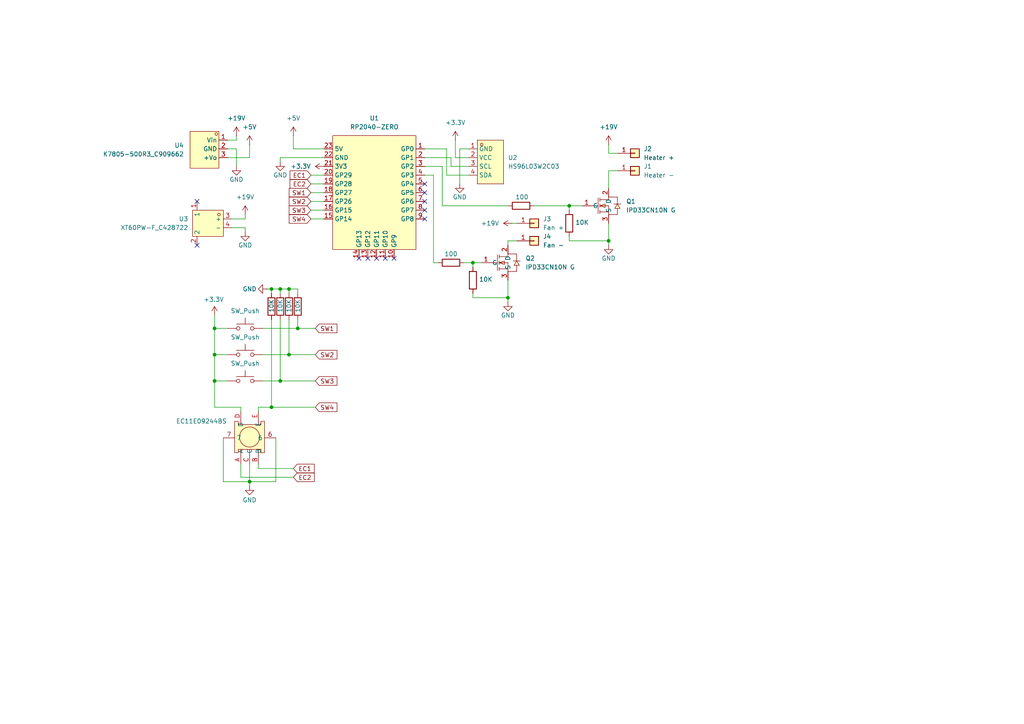
<source format=kicad_sch>
(kicad_sch (version 20250114) (generator "eeschema") (generator_version "9.0")
  (paper "A4")
  (lib_symbols
    (symbol "Connector_Generic:Conn_01x01" (pin_names (offset 1.016) (hide yes))
      (property "Reference" "J" (at 0 2.54 0))
      (property "Value" "Conn_01x01" (at 0 -2.54 0))
      (symbol "Conn_01x01_1_1"
        (rectangle (start -1.27 1.27) (end 1.27 -1.27) (stroke (width 0.254)) (fill (type background)))
        (rectangle (start -1.27 0.127) (end 0 -0.127) (stroke (width 0.1524)))
        (pin passive line (at -5.08 0 0) (length 3.81) (name "Pin_1") (number "1"))
      )
    )
    (symbol "Device:R" (pin_numbers (hide yes)) (pin_names (offset 0))
      (property "Reference" "R" (at 2.032 0 90))
      (property "Value" "R" (at 0 0 90))
      (symbol "R_0_1"
        (rectangle (start -1.016 -2.54) (end 1.016 2.54) (stroke (width 0.254)))
      )
      (symbol "R_1_1"
        (pin passive line (at 0 3.81 270) (length 1.27) (name "~") (number "1"))
        (pin passive line (at 0 -3.81 90) (length 1.27) (name "~") (number "2"))
      )
    )
    (symbol "LCSC:EC11E09244BS"
      (property "Reference" "SW" (at 0 12.7 0))
      (property "Value" "EC11E09244BS" (at 0 -12.7 0))
      (symbol "EC11E09244BS_0_1"
        (polyline (pts (xy -4.32 -4.32) (xy -3.56 -4.32) (xy -3.3 -4.32) (xy -3.3 -3.3) (xy 3.3 -3.3) (xy 3.3 -4.32) (xy 4.32 -4.32) (xy 4.32 4.83) (xy 3.3 4.83) (xy 3.3 3.81) (xy -3.3 3.81) (xy -3.3 4.83) (xy -4.32 4.83) (xy -4.32 -4.32)) (fill (type background)))
        (polyline (pts (xy -2.54 3.81) (xy -2.54 5.08)))
        (polyline (pts (xy -2.54 -3.3) (xy -2.54 -5.08) (xy -2.54 -5.08)))
        (circle (center 0 0.25) (radius 2.92))
        (polyline (pts (xy 0 -3.3) (xy 0 -5.08)))
        (polyline (pts (xy 2.54 3.81) (xy 2.54 5.08)))
        (polyline (pts (xy 2.54 -3.3) (xy 2.54 -5.08)))
        (pin unspecified line (at -7.62 0 0) (length 3.302) (name "7") (number "7"))
        (pin unspecified line (at -2.54 7.62 270) (length 2.54) (name "D") (number "D"))
        (pin unspecified line (at -2.54 -7.62 90) (length 2.54) (name "A") (number "A"))
        (pin unspecified line (at 0 -7.62 90) (length 2.54) (name "C") (number "C"))
        (pin unspecified line (at 2.54 7.62 270) (length 2.54) (name "E") (number "E"))
        (pin unspecified line (at 2.54 -7.62 90) (length 2.54) (name "B") (number "B"))
        (pin unspecified line (at 7.62 0 180) (length 3.302) (name "6") (number "6"))
      )
    )
    (symbol "LCSC:HS96L03W2C03"
      (property "Reference" "U" (at 0 8.89 0))
      (property "Value" "HS96L03W2C03" (at 0 -8.89 0))
      (symbol "HS96L03W2C03_0_1"
        (rectangle (start -3.81 6.35) (end 3.81 -6.35) (fill (type background)))
        (circle (center -2.54 5.08) (radius 0.38))
        (pin unspecified line (at -6.35 3.81 0) (length 2.54) (name "GND") (number "1"))
        (pin unspecified line (at -6.35 1.27 0) (length 2.54) (name "VCC") (number "2"))
        (pin unspecified line (at -6.35 -1.27 0) (length 2.54) (name "SCL") (number "3"))
        (pin unspecified line (at -6.35 -3.81 0) (length 2.54) (name "SDA") (number "4"))
      )
    )
    (symbol "LCSC:IPD33CN10NG"
      (property "Reference" "Q" (at 0 10.16 0))
      (property "Value" "IPD33CN10N G" (at 0 -10.16 0))
      (symbol "IPD33CN10NG_0_1"
        (polyline (pts (xy -2.54 0) (xy -0.51 0)))
        (polyline (pts (xy -0.51 2.29) (xy -0.51 -2.29)))
        (polyline (pts (xy 0 2.29) (xy 0 1.27)))
        (polyline (pts (xy 0 1.78) (xy 2.54 1.78) (xy 2.54 2.54) (xy 5.08 2.54) (xy 5.08 0.51)))
        (polyline (pts (xy 0 0) (xy 1.52 -0.51) (xy 1.52 0.51) (xy 0 0)) (fill (type background)))
        (polyline (pts (xy 0 0) (xy 2.54 0) (xy 2.54 -2.54) (xy 5.08 -2.54) (xy 5.08 -0.76)))
        (polyline (pts (xy 0 -0.51) (xy 0 0.51)))
        (polyline (pts (xy 0 -2.29) (xy 0 -1.27)))
        (polyline (pts (xy 2.54 -1.78) (xy 0 -1.78)))
        (polyline (pts (xy 5.08 0.51) (xy 4.32 -0.76) (xy 5.84 -0.76) (xy 5.08 0.51)) (fill (type background)))
        (polyline (pts (xy 6.1 0.51) (xy 5.59 0.51) (xy 4.57 0.51) (xy 4.06 0.51)))
        (pin unspecified line (at -5.08 0 0) (length 2.54) (name "G") (number "1"))
        (pin unspecified line (at 2.54 5.08 270) (length 2.54) (name "D") (number "2"))
        (pin unspecified line (at 2.54 -5.08 90) (length 2.54) (name "S") (number "3"))
      )
    )
    (symbol "LCSC:K7805-500R3_C909662"
      (property "Reference" "U" (at 0 7.62 0))
      (property "Value" "K7805-500R3_C909662" (at 0 -7.62 0))
      (symbol "K7805-500R3_C909662_0_1"
        (rectangle (start -2.54 5.08) (end 5.84 -5.59) (fill (type background)))
        (circle (center -1.78 4.32) (radius 0.38))
        (pin unspecified line (at -5.08 2.54 0) (length 2.54) (name "Vin") (number "1"))
        (pin unspecified line (at -5.08 0 0) (length 2.54) (name "GND") (number "2"))
        (pin unspecified line (at -5.08 -2.54 0) (length 2.54) (name "+Vo") (number "3"))
      )
    )
    (symbol "LCSC:RP2040-ZERO"
      (property "Reference" "U" (at 0 19.05 0))
      (property "Value" "RP2040-ZERO" (at 0 -22.86 0))
      (symbol "RP2040-ZERO_0_1"
        (rectangle (start -12.7 17.78) (end 11.43 -15.24) (fill (type background)))
        (pin unspecified line (at -15.24 13.97 0) (length 2.54) (name "5V") (number "23"))
        (pin unspecified line (at -15.24 11.43 0) (length 2.54) (name "GND") (number "22"))
        (pin unspecified line (at -15.24 8.89 0) (length 2.54) (name "3V3") (number "21"))
        (pin unspecified line (at -15.24 6.35 0) (length 2.54) (name "GP29") (number "20"))
        (pin unspecified line (at -15.24 3.81 0) (length 2.54) (name "GP28") (number "19"))
        (pin unspecified line (at -15.24 1.27 0) (length 2.54) (name "GP27") (number "18"))
        (pin unspecified line (at -15.24 -1.27 0) (length 2.54) (name "GP26") (number "17"))
        (pin unspecified line (at -15.24 -3.81 0) (length 2.54) (name "GP15") (number "16"))
        (pin unspecified line (at -15.24 -6.35 0) (length 2.54) (name "GP14") (number "15"))
        (pin unspecified line (at -5.08 -17.78 90) (length 2.54) (name "GP13") (number "14"))
        (pin unspecified line (at -2.54 -17.78 90) (length 2.54) (name "GP12") (number "13"))
        (pin unspecified line (at 0 -17.78 90) (length 2.54) (name "GP11") (number "12"))
        (pin unspecified line (at 2.54 -17.78 90) (length 2.54) (name "GP10") (number "11"))
        (pin unspecified line (at 5.08 -17.78 90) (length 2.54) (name "GP9") (number "10"))
        (pin unspecified line (at 13.97 13.97 180) (length 2.54) (name "GP0") (number "1"))
        (pin unspecified line (at 13.97 11.43 180) (length 2.54) (name "GP1") (number "2"))
        (pin unspecified line (at 13.97 8.89 180) (length 2.54) (name "GP2") (number "3"))
        (pin unspecified line (at 13.97 6.35 180) (length 2.54) (name "GP3") (number "4"))
        (pin unspecified line (at 13.97 3.81 180) (length 2.54) (name "GP4") (number "5"))
        (pin unspecified line (at 13.97 1.27 180) (length 2.54) (name "GP5") (number "6"))
        (pin unspecified line (at 13.97 -1.27 180) (length 2.54) (name "GP6") (number "7"))
        (pin unspecified line (at 13.97 -3.81 180) (length 2.54) (name "GP7") (number "8"))
        (pin unspecified line (at 13.97 -6.35 180) (length 2.54) (name "GP8") (number "9"))
      )
    )
    (symbol "LCSC:XT60PW-F_C428722"
      (property "Reference" "U" (at 0 10.16 0))
      (property "Value" "XT60PW-F_C428722" (at 0 -12.7 0))
      (symbol "XT60PW-F_C428722_0_1"
        (rectangle (start -7.62 2.54) (end 1.27 -5.08) (fill (type background)))
        (circle (center -6.35 1.27) (radius 0.38))
        (pin unspecified line (at -10.16 0 0) (length 2.54) (name "+") (number "3"))
        (pin unspecified line (at -10.16 -2.54 0) (length 2.54) (name "-") (number "4"))
        (pin unspecified line (at 0 5.08 270) (length 2.54) (name "1") (number "1"))
        (pin unspecified line (at 0 -7.62 90) (length 2.54) (name "2") (number "2"))
      )
    )
    (symbol "Switch:SW_Push" (pin_numbers (hide yes)) (pin_names (offset 1.016) (hide yes))
      (property "Reference" "SW" (at 1.27 2.54 0))
      (property "Value" "SW_Push" (at 0 -1.524 0))
      (symbol "SW_Push_0_1"
        (circle (center -2.032 0) (radius 0.508))
        (polyline (pts (xy 0 1.27) (xy 0 3.048)))
        (circle (center 2.032 0) (radius 0.508))
        (polyline (pts (xy 2.54 1.27) (xy -2.54 1.27)))
        (pin passive line (at -5.08 0 0) (length 2.54) (name "1") (number "1"))
        (pin passive line (at 5.08 0 180) (length 2.54) (name "2") (number "2"))
      )
    )
    (symbol "power:+2V8" (power) (pin_numbers (hide yes)) (pin_names (offset 0) (hide yes))
      (property "Value" "+2V8" (at 0 3.556 0))
      (symbol "+2V8_0_1"
        (polyline (pts (xy -0.762 1.27) (xy 0 2.54)))
        (polyline (pts (xy 0 2.54) (xy 0.762 1.27)))
        (polyline (pts (xy 0 0) (xy 0 2.54)))
      )
      (symbol "+2V8_1_1"
        (pin power_in line (at 0 0 90) (length 0) (name "~") (number "1"))
      )
    )
    (symbol "power:+5V" (power) (pin_numbers (hide yes)) (pin_names (offset 0) (hide yes))
      (property "Value" "+5V" (at 0 3.556 0))
      (symbol "+5V_0_1"
        (polyline (pts (xy -0.762 1.27) (xy 0 2.54)))
        (polyline (pts (xy 0 2.54) (xy 0.762 1.27)))
        (polyline (pts (xy 0 0) (xy 0 2.54)))
      )
      (symbol "+5V_1_1"
        (pin power_in line (at 0 0 90) (length 0) (name "~") (number "1"))
      )
    )
    (symbol "power:GND" (power) (pin_numbers (hide yes)) (pin_names (offset 0) (hide yes))
      (property "Value" "GND" (at 0 -3.81 0))
      (symbol "GND_0_1"
        (polyline (pts (xy 0 0) (xy 0 -1.27) (xy 1.27 -1.27) (xy 0 -2.54) (xy -1.27 -1.27) (xy 0 -1.27)))
      )
      (symbol "GND_1_1"
        (pin power_in line (at 0 0 270) (length 0) (name "~") (number "1"))
      )
    )
  )
  (junction (at 81.28 83.82))
  (junction (at 165.1 59.69))
  (junction (at 176.53 69.85))
  (junction (at 62.23 102.87))
  (junction (at 78.74 83.82))
  (junction (at 62.23 110.49))
  (junction (at 147.32 86.36))
  (junction (at 137.16 76.2))
  (junction (at 81.28 110.49))
  (junction (at 72.39 139.7))
  (junction (at 62.23 95.25))
  (junction (at 86.36 95.25))
  (junction (at 83.82 83.82))
  (junction (at 83.82 102.87))
  (junction (at 78.74 118.11))
  (no_connect (at 123.19 55.88))
  (no_connect (at 106.68 74.93))
  (no_connect (at 114.3 74.93))
  (no_connect (at 123.19 58.42))
  (no_connect (at 123.19 63.5))
  (no_connect (at 111.76 74.93))
  (no_connect (at 123.19 60.96))
  (no_connect (at 57.15 71.12))
  (no_connect (at 104.14 74.93))
  (no_connect (at 109.22 74.93))
  (no_connect (at 123.19 53.34))
  (no_connect (at 57.15 58.42))
  (wire (pts (xy 71.12 63.5) (xy 67.31 63.5)))
  (wire (pts (xy 165.1 69.85) (xy 176.53 69.85)))
  (wire (pts (xy 86.36 92.71) (xy 86.36 95.25)))
  (wire (pts (xy 66.04 102.87) (xy 62.23 102.87)))
  (wire (pts (xy 90.17 53.34) (xy 93.98 53.34)))
  (wire (pts (xy 62.23 91.44) (xy 62.23 95.25)))
  (wire (pts (xy 80.01 139.7) (xy 72.39 139.7)))
  (wire (pts (xy 72.39 139.7) (xy 72.39 134.62)))
  (wire (pts (xy 85.09 39.37) (xy 85.09 43.18)))
  (wire (pts (xy 130.81 45.72) (xy 130.81 48.26)))
  (wire (pts (xy 165.1 59.69) (xy 168.91 59.69)))
  (wire (pts (xy 78.74 83.82) (xy 78.74 85.09)))
  (wire (pts (xy 125.73 76.2) (xy 127 76.2)))
  (wire (pts (xy 78.74 118.11) (xy 74.93 118.11)))
  (wire (pts (xy 90.17 55.88) (xy 93.98 55.88)))
  (wire (pts (xy 129.54 50.8) (xy 129.54 43.18)))
  (wire (pts (xy 176.53 54.61) (xy 176.53 49.53)))
  (wire (pts (xy 72.39 41.91) (xy 72.39 45.72)))
  (wire (pts (xy 69.85 138.43) (xy 85.09 138.43)))
  (wire (pts (xy 165.1 60.96) (xy 165.1 59.69)))
  (wire (pts (xy 68.58 48.26) (xy 68.58 43.18)))
  (wire (pts (xy 90.17 60.96) (xy 93.98 60.96)))
  (wire (pts (xy 64.77 139.7) (xy 72.39 139.7)))
  (wire (pts (xy 83.82 83.82) (xy 86.36 83.82)))
  (wire (pts (xy 176.53 71.12) (xy 176.53 69.85)))
  (wire (pts (xy 91.44 118.11) (xy 78.74 118.11)))
  (wire (pts (xy 125.73 76.2) (xy 125.73 50.8)))
  (wire (pts (xy 62.23 118.11) (xy 62.23 110.49)))
  (wire (pts (xy 78.74 92.71) (xy 78.74 118.11)))
  (wire (pts (xy 91.44 110.49) (xy 81.28 110.49)))
  (wire (pts (xy 123.19 45.72) (xy 130.81 45.72)))
  (wire (pts (xy 86.36 85.09) (xy 86.36 83.82)))
  (wire (pts (xy 72.39 140.97) (xy 72.39 139.7)))
  (wire (pts (xy 129.54 43.18) (xy 123.19 43.18)))
  (wire (pts (xy 176.53 41.91) (xy 176.53 44.45)))
  (wire (pts (xy 74.93 118.11) (xy 74.93 119.38)))
  (wire (pts (xy 83.82 85.09) (xy 83.82 83.82)))
  (wire (pts (xy 154.94 59.69) (xy 165.1 59.69)))
  (wire (pts (xy 68.58 43.18) (xy 66.04 43.18)))
  (wire (pts (xy 148.59 64.77) (xy 149.86 64.77)))
  (wire (pts (xy 137.16 76.2) (xy 139.7 76.2)))
  (wire (pts (xy 64.77 127) (xy 64.77 139.7)))
  (wire (pts (xy 66.04 45.72) (xy 72.39 45.72)))
  (wire (pts (xy 132.08 45.72) (xy 132.08 40.64)))
  (wire (pts (xy 85.09 43.18) (xy 93.98 43.18)))
  (wire (pts (xy 128.27 59.69) (xy 147.32 59.69)))
  (wire (pts (xy 78.74 83.82) (xy 81.28 83.82)))
  (wire (pts (xy 147.32 86.36) (xy 147.32 81.28)))
  (wire (pts (xy 147.32 71.12) (xy 147.32 69.85)))
  (wire (pts (xy 83.82 102.87) (xy 76.2 102.87)))
  (wire (pts (xy 133.35 43.18) (xy 135.89 43.18)))
  (wire (pts (xy 81.28 85.09) (xy 81.28 83.82)))
  (wire (pts (xy 81.28 110.49) (xy 76.2 110.49)))
  (wire (pts (xy 137.16 85.09) (xy 137.16 86.36)))
  (wire (pts (xy 81.28 45.72) (xy 93.98 45.72)))
  (wire (pts (xy 81.28 46.99) (xy 81.28 45.72)))
  (wire (pts (xy 71.12 62.23) (xy 71.12 63.5)))
  (wire (pts (xy 69.85 134.62) (xy 69.85 138.43)))
  (wire (pts (xy 125.73 50.8) (xy 123.19 50.8)))
  (wire (pts (xy 176.53 49.53) (xy 179.07 49.53)))
  (wire (pts (xy 130.81 48.26) (xy 135.89 48.26)))
  (wire (pts (xy 91.44 102.87) (xy 83.82 102.87)))
  (wire (pts (xy 90.17 58.42) (xy 93.98 58.42)))
  (wire (pts (xy 77.47 83.82) (xy 78.74 83.82)))
  (wire (pts (xy 83.82 92.71) (xy 83.82 102.87)))
  (wire (pts (xy 86.36 95.25) (xy 76.2 95.25)))
  (wire (pts (xy 81.28 92.71) (xy 81.28 110.49)))
  (wire (pts (xy 165.1 68.58) (xy 165.1 69.85)))
  (wire (pts (xy 176.53 44.45) (xy 179.07 44.45)))
  (wire (pts (xy 83.82 83.82) (xy 81.28 83.82)))
  (wire (pts (xy 66.04 110.49) (xy 62.23 110.49)))
  (wire (pts (xy 90.17 63.5) (xy 93.98 63.5)))
  (wire (pts (xy 69.85 118.11) (xy 69.85 119.38)))
  (wire (pts (xy 68.58 39.37) (xy 68.58 40.64)))
  (wire (pts (xy 123.19 48.26) (xy 128.27 48.26)))
  (wire (pts (xy 68.58 40.64) (xy 66.04 40.64)))
  (wire (pts (xy 137.16 86.36) (xy 147.32 86.36)))
  (wire (pts (xy 90.17 50.8) (xy 93.98 50.8)))
  (wire (pts (xy 80.01 127) (xy 80.01 139.7)))
  (wire (pts (xy 147.32 69.85) (xy 149.86 69.85)))
  (wire (pts (xy 62.23 102.87) (xy 62.23 110.49)))
  (wire (pts (xy 91.44 95.25) (xy 86.36 95.25)))
  (wire (pts (xy 133.35 53.34) (xy 133.35 43.18)))
  (wire (pts (xy 137.16 77.47) (xy 137.16 76.2)))
  (wire (pts (xy 134.62 76.2) (xy 137.16 76.2)))
  (wire (pts (xy 135.89 45.72) (xy 132.08 45.72)))
  (wire (pts (xy 62.23 95.25) (xy 66.04 95.25)))
  (wire (pts (xy 69.85 118.11) (xy 62.23 118.11)))
  (wire (pts (xy 74.93 135.89) (xy 85.09 135.89)))
  (wire (pts (xy 128.27 59.69) (xy 128.27 48.26)))
  (wire (pts (xy 74.93 134.62) (xy 74.93 135.89)))
  (wire (pts (xy 176.53 69.85) (xy 176.53 64.77)))
  (wire (pts (xy 62.23 95.25) (xy 62.23 102.87)))
  (wire (pts (xy 135.89 50.8) (xy 129.54 50.8)))
  (wire (pts (xy 147.32 87.63) (xy 147.32 86.36)))
  (wire (pts (xy 71.12 66.04) (xy 67.31 66.04)))
  (wire (pts (xy 71.12 67.31) (xy 71.12 66.04)))
  (global_label "EC2" (shape input) (at 90.17 53.34 180) (property "Intersheetrefs" "${INTERSHEET_REFS}" (effects (hide yes))))
  (global_label "SW4" (shape input) (at 91.44 118.11 0) (property "Intersheetrefs" "${INTERSHEET_REFS}" (effects (hide yes))))
  (global_label "EC1" (shape input) (at 90.17 50.8 180) (property "Intersheetrefs" "${INTERSHEET_REFS}" (effects (hide yes))))
  (global_label "SW2" (shape input) (at 91.44 102.87 0) (property "Intersheetrefs" "${INTERSHEET_REFS}" (effects (hide yes))))
  (global_label "SW2" (shape input) (at 90.17 58.42 180) (property "Intersheetrefs" "${INTERSHEET_REFS}" (effects (hide yes))))
  (global_label "SW1" (shape input) (at 90.17 55.88 180) (property "Intersheetrefs" "${INTERSHEET_REFS}" (effects (hide yes))))
  (global_label "SW1" (shape input) (at 91.44 95.25 0) (property "Intersheetrefs" "${INTERSHEET_REFS}" (effects (hide yes))))
  (global_label "SW3" (shape input) (at 90.17 60.96 180) (property "Intersheetrefs" "${INTERSHEET_REFS}" (effects (hide yes))))
  (global_label "SW3" (shape input) (at 91.44 110.49 0) (property "Intersheetrefs" "${INTERSHEET_REFS}" (effects (hide yes))))
  (global_label "EC1" (shape input) (at 85.09 135.89 0) (property "Intersheetrefs" "${INTERSHEET_REFS}" (effects (hide yes))))
  (global_label "EC2" (shape input) (at 85.09 138.43 0) (property "Intersheetrefs" "${INTERSHEET_REFS}" (effects (hide yes))))
  (global_label "SW4" (shape input) (at 90.17 63.5 180) (property "Intersheetrefs" "${INTERSHEET_REFS}" (effects (hide yes))))
  (symbol (lib_id "power:+5V") (at 72.39 41.91 0) (unit 1)
    (property "Reference" "#PWR03" (effects (hide yes)))
    (property "Value" "+5V" (at 72.39 36.83 0))
    (property "Description" "Power symbol creates a global label with name \"+5V\"" (effects (hide yes)))
  )
  (symbol (lib_id "LCSC:HS96L03W2C03") (at 142.24 46.99 0) (unit 1)
    (property "Reference" "U2" (at 147.32 45.7199 0) (effects (justify left)))
    (property "Value" "HS96L03W2C03" (at 147.32 48.2599 0) (effects (justify left)))
    (property "Footprint" "LCSC:OLED-TH_L27.8-W27.2-P2.54_C9900033791" (effects (hide yes)))
    (property "LCSC Part" "C5248080" (effects (hide yes)))
  )
  (symbol (lib_id "LCSC:EC11E09244BS") (at 72.39 127 0) (unit 1)
    (property "Reference" "SW9" (effects (hide yes)))
    (property "Value" "EC11E09244BS" (at 58.42 122.174 0))
    (property "Footprint" "LCSC:SW-TH_EC11XXXXXXXX" (effects (hide yes)))
    (property "Datasheet" "https://lcsc.com/product-detail/Coded-Rotary-Switches_ALPS-Electric-EC11E09244BS_C470742.html" (effects (hide yes)))
    (property "LCSC Part" "C470742" (effects (hide yes)))
  )
  (symbol (lib_id "Connector_Generic:Conn_01x01") (at 154.94 69.85 0) (unit 1)
    (property "Reference" "J4" (at 157.48 68.5799 0) (effects (justify left)))
    (property "Value" "Fan -" (at 157.48 71.1199 0) (effects (justify left)))
    (property "Footprint" "Connector_PinHeader_2.54mm:PinHeader_1x01_P2.54mm_Vertical" (effects (hide yes)))
    (property "Description" "Generic connector, single row, 01x01, script generated (kicad-library-utils/schlib/autogen/connector/)" (effects (hide yes)))
  )
  (symbol (lib_id "power:GND") (at 72.39 140.97 0) (unit 1)
    (property "Reference" "#PWR017" (effects (hide yes)))
    (property "Value" "GND" (at 72.39 145.034 0))
    (property "Description" "Power symbol creates a global label with name \"GND\" , ground" (effects (hide yes)))
  )
  (symbol (lib_id "power:GND") (at 147.32 87.63 0) (unit 1)
    (property "Reference" "#PWR013" (effects (hide yes)))
    (property "Value" "GND" (at 147.32 91.44 0))
    (property "Description" "Power symbol creates a global label with name \"GND\" , ground" (effects (hide yes)))
  )
  (symbol (lib_id "power:GND") (at 71.12 67.31 0) (unit 1)
    (property "Reference" "#PWR09" (effects (hide yes)))
    (property "Value" "GND" (at 71.12 71.12 0))
    (property "Description" "Power symbol creates a global label with name \"GND\" , ground" (effects (hide yes)))
  )
  (symbol (lib_id "power:+2V8") (at 176.53 41.91 0) (unit 1)
    (property "Reference" "#PWR011" (effects (hide yes)))
    (property "Value" "+19V" (at 176.53 36.83 0))
    (property "Description" "Power symbol creates a global label with name \"+2V8\"" (effects (hide yes)))
  )
  (symbol (lib_id "Device:R") (at 151.13 59.69 90) (unit 1)
    (property "Reference" "R1" (effects (hide yes)))
    (property "Value" "100" (at 151.384 57.15 90))
    (property "Footprint" "Resistor_SMD:R_1206_3216Metric_Pad1.30x1.75mm_HandSolder" (effects (hide yes)))
    (property "Description" "Resistor" (effects (hide yes)))
  )
  (symbol (lib_id "power:+5V") (at 62.23 91.44 0) (unit 1)
    (property "Reference" "#PWR015" (effects (hide yes)))
    (property "Value" "+3.3V" (at 61.976 86.868 0))
    (property "Description" "Power symbol creates a global label with name \"+5V\"" (effects (hide yes)))
  )
  (symbol (lib_id "Connector_Generic:Conn_01x01") (at 184.15 49.53 0) (unit 1)
    (property "Reference" "J1" (at 186.69 48.2599 0) (effects (justify left)))
    (property "Value" "Heater -" (at 186.69 50.7999 0) (effects (justify left)))
    (property "Footprint" "Connector_PinHeader_2.54mm:PinHeader_1x01_P2.54mm_Vertical" (effects (hide yes)))
    (property "Description" "Generic connector, single row, 01x01, script generated (kicad-library-utils/schlib/autogen/connector/)" (effects (hide yes)))
  )
  (symbol (lib_id "Switch:SW_Push") (at 71.12 110.49 0) (unit 1)
    (property "Reference" "SW3" (effects (hide yes)))
    (property "Value" "SW_Push" (at 71.12 105.41 0))
    (property "Footprint" "Button_Switch_Keyboard:SW_Cherry_MX_1.00u_PCB" (effects (hide yes)))
    (property "Description" "Push button switch, generic, two pins" (effects (hide yes)))
  )
  (symbol (lib_id "Device:R") (at 130.81 76.2 90) (unit 1)
    (property "Reference" "R2" (effects (hide yes)))
    (property "Value" "100" (at 130.81 73.66 90))
    (property "Footprint" "Resistor_SMD:R_1206_3216Metric_Pad1.30x1.75mm_HandSolder" (effects (hide yes)))
    (property "Description" "Resistor" (effects (hide yes)))
  )
  (symbol (lib_id "Switch:SW_Push") (at 71.12 95.25 0) (unit 1)
    (property "Reference" "SW2" (effects (hide yes)))
    (property "Value" "SW_Push" (at 71.12 90.17 0))
    (property "Footprint" "Button_Switch_Keyboard:SW_Cherry_MX_1.00u_PCB" (effects (hide yes)))
    (property "Description" "Push button switch, generic, two pins" (effects (hide yes)))
  )
  (symbol (lib_id "LCSC:K7805-500R3_C909662") (at 60.96 43.18 0) (mirror y) (unit 1)
    (property "Reference" "U4" (at 53.34 42.1649 0) (effects (justify left)))
    (property "Value" "K7805-500R3_C909662" (at 53.34 44.7049 0) (effects (justify left)))
    (property "Footprint" "LCSC:PWRM-TH_K78XX-500R3" (effects (hide yes)))
    (property "Datasheet" "https://lcsc.com/product-detail/Power-Modules_DEXU-Electronics-K7805-500R3_C909662.html" (effects (hide yes)))
    (property "LCSC Part" "C909662" (effects (hide yes)))
  )
  (symbol (lib_id "power:GND") (at 77.47 83.82 270) (unit 1)
    (property "Reference" "#PWR016" (effects (hide yes)))
    (property "Value" "GND" (at 72.39 83.82 90))
    (property "Description" "Power symbol creates a global label with name \"GND\" , ground" (effects (hide yes)))
  )
  (symbol (lib_id "power:GND") (at 68.58 48.26 0) (unit 1)
    (property "Reference" "#PWR01" (effects (hide yes)))
    (property "Value" "GND" (at 68.58 52.07 0))
    (property "Description" "Power symbol creates a global label with name \"GND\" , ground" (effects (hide yes)))
  )
  (symbol (lib_id "power:GND") (at 176.53 71.12 0) (unit 1)
    (property "Reference" "#PWR07" (effects (hide yes)))
    (property "Value" "GND" (at 176.53 74.93 0))
    (property "Description" "Power symbol creates a global label with name \"GND\" , ground" (effects (hide yes)))
  )
  (symbol (lib_id "Device:R") (at 86.36 88.9 180) (unit 1)
    (property "Reference" "R5" (effects (hide yes)))
    (property "Value" "10K" (at 86.36 90.678 90) (effects (justify right)))
    (property "Footprint" "Resistor_SMD:R_1206_3216Metric_Pad1.30x1.75mm_HandSolder" (effects (hide yes)))
    (property "Description" "Resistor" (effects (hide yes)))
  )
  (symbol (lib_id "Connector_Generic:Conn_01x01") (at 184.15 44.45 0) (unit 1)
    (property "Reference" "J2" (at 186.69 43.1799 0) (effects (justify left)))
    (property "Value" "Heater +" (at 186.69 45.7199 0) (effects (justify left)))
    (property "Footprint" "Connector_PinHeader_2.54mm:PinHeader_1x01_P2.54mm_Vertical" (effects (hide yes)))
    (property "Description" "Generic connector, single row, 01x01, script generated (kicad-library-utils/schlib/autogen/connector/)" (effects (hide yes)))
  )
  (symbol (lib_id "Device:R") (at 78.74 88.9 180) (unit 1)
    (property "Reference" "R8" (effects (hide yes)))
    (property "Value" "10K" (at 78.74 90.678 90) (effects (justify right)))
    (property "Footprint" "Resistor_SMD:R_1206_3216Metric_Pad1.30x1.75mm_HandSolder" (effects (hide yes)))
    (property "Description" "Resistor" (effects (hide yes)))
  )
  (symbol (lib_id "Device:R") (at 83.82 88.9 180) (unit 1)
    (property "Reference" "R6" (effects (hide yes)))
    (property "Value" "10K" (at 83.82 90.678 90) (effects (justify right)))
    (property "Footprint" "Resistor_SMD:R_1206_3216Metric_Pad1.30x1.75mm_HandSolder" (effects (hide yes)))
    (property "Description" "Resistor" (effects (hide yes)))
  )
  (symbol (lib_id "power:GND") (at 133.35 53.34 0) (unit 1)
    (property "Reference" "#PWR06" (effects (hide yes)))
    (property "Value" "GND" (at 133.35 57.15 0))
    (property "Description" "Power symbol creates a global label with name \"GND\" , ground" (effects (hide yes)))
  )
  (symbol (lib_id "power:GND") (at 81.28 46.99 0) (unit 1)
    (property "Reference" "#PWR02" (effects (hide yes)))
    (property "Value" "GND" (at 81.28 50.8 0))
    (property "Description" "Power symbol creates a global label with name \"GND\" , ground" (effects (hide yes)))
  )
  (symbol (lib_id "power:+5V") (at 93.98 48.26 90) (unit 1)
    (property "Reference" "#PWR014" (effects (hide yes)))
    (property "Value" "+3.3V" (at 90.17 48.2599 90) (effects (justify left)))
    (property "Description" "Power symbol creates a global label with name \"+5V\"" (effects (hide yes)))
  )
  (symbol (lib_id "Connector_Generic:Conn_01x01") (at 154.94 64.77 0) (unit 1)
    (property "Reference" "J3" (at 157.48 63.4999 0) (effects (justify left)))
    (property "Value" "Fan +" (at 157.48 66.0399 0) (effects (justify left)))
    (property "Footprint" "Connector_PinHeader_2.54mm:PinHeader_1x01_P2.54mm_Vertical" (effects (hide yes)))
    (property "Description" "Generic connector, single row, 01x01, script generated (kicad-library-utils/schlib/autogen/connector/)" (effects (hide yes)))
  )
  (symbol (lib_id "LCSC:IPD33CN10NG") (at 144.78 76.2 0) (unit 1)
    (property "Reference" "Q2" (at 152.4 74.9299 0) (effects (justify left)))
    (property "Value" "IPD33CN10N G" (at 152.4 77.4699 0) (effects (justify left)))
    (property "Footprint" "LCSC:TO-252-2_L6.6-W6.1-P4.57-LS9.9-TL-CW" (effects (hide yes)))
    (property "Datasheet" "https://lcsc.com/product-detail/MOSFET_Infineon-Technologies-IPD33CN10N-G_C536760.html" (effects (hide yes)))
    (property "LCSC Part" "C536760" (effects (hide yes)))
  )
  (symbol (lib_id "LCSC:RP2040-ZERO") (at 109.22 57.15 0) (unit 1)
    (property "Reference" "U1" (at 108.585 34.29 0))
    (property "Value" "RP2040-ZERO" (at 108.585 36.83 0))
    (property "Footprint" "LCSC:COMM-SMD_RP2040-ZERO" (effects (hide yes)))
    (property "LCSC Part" "C5350143" (effects (hide yes)))
  )
  (symbol (lib_id "power:+5V") (at 132.08 40.64 0) (unit 1)
    (property "Reference" "#PWR05" (effects (hide yes)))
    (property "Value" "+3.3V" (at 132.08 35.56 0))
    (property "Description" "Power symbol creates a global label with name \"+5V\"" (effects (hide yes)))
  )
  (symbol (lib_id "LCSC:XT60PW-F_C428722") (at 57.15 63.5 0) (mirror y) (unit 1)
    (property "Reference" "U3" (at 54.61 63.4999 0) (effects (justify left)))
    (property "Value" "XT60PW-F_C428722" (at 54.61 66.0399 0) (effects (justify left)))
    (property "Footprint" "LCSC:TH_2P-XT60PW-F" (effects (hide yes)))
    (property "LCSC Part" "C428722" (effects (hide yes)))
  )
  (symbol (lib_id "Device:R") (at 165.1 64.77 180) (unit 1)
    (property "Reference" "R4" (effects (hide yes)))
    (property "Value" "10K" (at 166.878 64.516 0) (effects (justify right)))
    (property "Footprint" "Resistor_SMD:R_1206_3216Metric_Pad1.30x1.75mm_HandSolder" (effects (hide yes)))
    (property "Description" "Resistor" (effects (hide yes)))
  )
  (symbol (lib_id "power:+2V8") (at 68.58 39.37 0) (unit 1)
    (property "Reference" "#PWR010" (effects (hide yes)))
    (property "Value" "+19V" (at 68.58 34.29 0))
    (property "Description" "Power symbol creates a global label with name \"+2V8\"" (effects (hide yes)))
  )
  (symbol (lib_id "power:+2V8") (at 71.12 62.23 0) (unit 1)
    (property "Reference" "#PWR08" (effects (hide yes)))
    (property "Value" "+19V" (at 71.12 57.15 0))
    (property "Description" "Power symbol creates a global label with name \"+2V8\"" (effects (hide yes)))
  )
  (symbol (lib_id "Switch:SW_Push") (at 71.12 102.87 0) (unit 1)
    (property "Reference" "SW1" (effects (hide yes)))
    (property "Value" "SW_Push" (at 71.12 97.79 0))
    (property "Footprint" "Button_Switch_Keyboard:SW_Cherry_MX_1.00u_PCB" (effects (hide yes)))
    (property "Description" "Push button switch, generic, two pins" (effects (hide yes)))
  )
  (symbol (lib_id "LCSC:IPD33CN10NG") (at 173.99 59.69 0) (unit 1)
    (property "Reference" "Q1" (at 181.61 58.4199 0) (effects (justify left)))
    (property "Value" "IPD33CN10N G" (at 181.61 60.9599 0) (effects (justify left)))
    (property "Footprint" "LCSC:TO-252-2_L6.6-W6.1-P4.57-LS9.9-TL-CW" (effects (hide yes)))
    (property "Datasheet" "https://lcsc.com/product-detail/MOSFET_Infineon-Technologies-IPD33CN10N-G_C536760.html" (effects (hide yes)))
    (property "LCSC Part" "C536760" (effects (hide yes)))
  )
  (symbol (lib_id "Device:R") (at 81.28 88.9 180) (unit 1)
    (property "Reference" "R7" (effects (hide yes)))
    (property "Value" "10K" (at 81.28 90.678 90) (effects (justify right)))
    (property "Footprint" "Resistor_SMD:R_1206_3216Metric_Pad1.30x1.75mm_HandSolder" (effects (hide yes)))
    (property "Description" "Resistor" (effects (hide yes)))
  )
  (symbol (lib_id "power:+5V") (at 85.09 39.37 0) (unit 1)
    (property "Reference" "#PWR04" (effects (hide yes)))
    (property "Value" "+5V" (at 85.09 34.29 0))
    (property "Description" "Power symbol creates a global label with name \"+5V\"" (effects (hide yes)))
  )
  (symbol (lib_id "Device:R") (at 137.16 81.28 180) (unit 1)
    (property "Reference" "R3" (effects (hide yes)))
    (property "Value" "10K" (at 138.938 81.026 0) (effects (justify right)))
    (property "Footprint" "Resistor_SMD:R_1206_3216Metric_Pad1.30x1.75mm_HandSolder" (effects (hide yes)))
    (property "Description" "Resistor" (effects (hide yes)))
  )
  (symbol (lib_id "power:+2V8") (at 148.59 64.77 90) (unit 1)
    (property "Reference" "#PWR012" (effects (hide yes)))
    (property "Value" "+19V" (at 144.78 64.7699 90) (effects (justify left)))
    (property "Description" "Power symbol creates a global label with name \"+2V8\"" (effects (hide yes)))
  )
)
</source>
